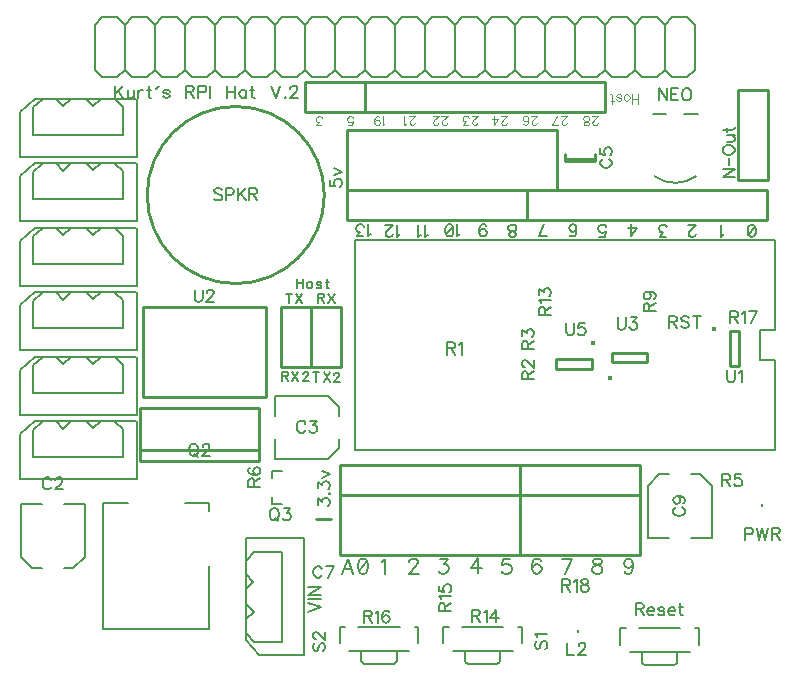
<source format=gto>
G04 DipTrace 3.0.0.2*
G04 TeensyArbotixProRPIV0.2.gto*
%MOIN*%
G04 #@! TF.FileFunction,Legend,Top*
G04 #@! TF.Part,Single*
%ADD10C,0.009843*%
%ADD18C,0.008*%
%ADD39C,0.005*%
%ADD42C,0.006*%
%ADD53C,0.015395*%
%ADD57C,0.015401*%
%ADD121C,0.006176*%
%ADD122C,0.00772*%
%ADD123C,0.007*%
%ADD124C,0.004632*%
%FSLAX26Y26*%
G04*
G70*
G90*
G75*
G01*
G04 TopSilk*
%LPD*%
X427449Y937461D2*
D18*
X496194D1*
X571208D2*
X639953D1*
Y762451D1*
X602446Y724941D1*
X571208D1*
X427449Y937461D2*
Y762451D1*
X464956Y724941D1*
X496194D1*
X1274941Y1087449D2*
Y1156194D1*
Y1231208D2*
Y1299953D1*
X1449951D1*
X1487461Y1262446D1*
Y1231208D1*
X1274941Y1087449D2*
X1449951D1*
X1487461Y1124956D1*
Y1156194D1*
X2340204Y2089370D2*
D10*
X2241771D1*
X2340204Y2081921D2*
X2241771D1*
X2340204D2*
Y2105481D1*
X2241771Y2081921D2*
Y2105481D1*
X1410689Y887013D2*
X1461831D1*
X2729953Y824941D2*
D18*
X2661208D1*
X2586194D2*
X2517449D1*
Y999951D1*
X2554956Y1037461D1*
X2586194D1*
X2729953Y824941D2*
Y999951D1*
X2692446Y1037461D1*
X2661208D1*
X2090987Y968701D2*
D10*
X1490987D1*
Y768701D1*
X2090987D2*
X1490987D1*
X2090987Y968701D2*
Y768701D1*
X1490987Y968701D2*
X2090987D1*
X1490987Y1068701D2*
X2090987D1*
X1490987Y968701D2*
Y1068701D1*
X2090987Y968701D2*
Y1068701D1*
X2490987Y968701D2*
X2090987D1*
X2490987Y768701D2*
X2090987D1*
X2490987Y968701D2*
Y768701D1*
X2090987Y968701D2*
Y768701D1*
X2490987Y968701D2*
Y1068701D1*
X2090987Y968701D2*
X2490987D1*
X2090987Y1068701D2*
X2490987D1*
X2090987Y968701D2*
Y1068701D1*
X2215987Y1983701D2*
Y2183701D1*
X1515987Y1983701D2*
Y2183701D1*
X2215987D1*
X1515987Y1983701D2*
X2215987D1*
X2818701Y2318701D2*
X2918701D1*
Y2018701D1*
X2818701D2*
X2918701D1*
X2818701Y2318701D2*
Y2018701D1*
X1055856Y943072D2*
D18*
X973168D1*
X1055856Y521798D2*
Y730449D1*
Y943072D2*
Y915525D1*
X701536Y521798D2*
Y943072D1*
X784224D1*
X701536Y521798D2*
X1055856D1*
X673229Y2385630D2*
D42*
X698229Y2360630D1*
X748229D1*
X773229Y2385630D1*
X798229Y2360630D1*
X848229D1*
X873229Y2385630D1*
X898229Y2360630D1*
X948229D1*
X973229Y2385630D1*
X998229Y2360630D1*
X1048229D1*
X1073229Y2385630D1*
X1098229Y2360630D1*
X1148229D1*
X1173229Y2385630D1*
X1198229Y2360630D1*
X1248229D1*
X1273229Y2385630D1*
X673229D2*
Y2535630D1*
X698229Y2560630D1*
X748229D1*
X773229Y2535630D1*
X798229Y2560630D1*
X848229D1*
X873229Y2535630D1*
X898229Y2560630D1*
X948229D1*
X973229Y2535630D1*
X998229Y2560630D1*
X1048229D1*
X1073229Y2535630D1*
X1098229Y2560630D1*
X1148229D1*
X1173229Y2535630D1*
X1198229Y2560630D1*
X1248229D1*
X1273229Y2535630D1*
X1298229Y2560630D1*
X1348229D1*
X1373229Y2535630D1*
X1398229Y2560630D1*
X1448229D1*
X1473229Y2535630D1*
X1498229Y2560630D1*
X1548229D1*
X1573229Y2535630D1*
X1598229Y2560630D1*
X1648229D1*
X1673229Y2535630D1*
X1698229Y2560630D1*
X1748229D1*
X1773229Y2535630D1*
X1798229Y2560630D1*
X1848229D1*
X1873229Y2535630D2*
X1848229Y2560630D1*
X1873229Y2535630D2*
X1898229Y2560630D1*
X1948229D2*
X1898229D1*
X1948229D2*
X1973229Y2535630D1*
X1998229Y2560630D1*
X2048229D2*
X1998229D1*
X2048229D2*
X2073229Y2535630D1*
X2098229Y2560630D1*
X2148229D2*
X2098229D1*
X2148229D2*
X2173229Y2535630D1*
X2198229Y2560630D1*
X2248229D2*
X2198229D1*
X2248229D2*
X2273229Y2535630D1*
X2298229Y2560630D1*
X2348229D2*
X2298229D1*
X2348229D2*
X2373229Y2535630D1*
X2398229Y2560630D1*
X2448229D2*
X2398229D1*
X2448229D2*
X2473229Y2535630D1*
X2498229Y2560630D1*
X2548229D2*
X2498229D1*
X2548229D2*
X2573229Y2535630D1*
Y2385630D2*
X2548229Y2360630D1*
X2498229D1*
X2473229Y2385630D2*
X2498229Y2360630D1*
X2473229Y2385630D2*
X2448229Y2360630D1*
X2398229D1*
X2373229Y2385630D2*
X2398229Y2360630D1*
X2373229Y2385630D2*
X2348229Y2360630D1*
X2298229D1*
X2273229Y2385630D2*
X2298229Y2360630D1*
X2273229Y2385630D2*
X2248229Y2360630D1*
X2198229D2*
X2248229D1*
X2198229D2*
X2173229Y2385630D1*
X2148229Y2360630D1*
X2098229D2*
X2148229D1*
X2098229D2*
X2073229Y2385630D1*
X2048229Y2360630D1*
X1998229D1*
X1973229Y2385630D2*
X1998229Y2360630D1*
X1973229Y2385630D2*
X1948229Y2360630D1*
X1898229D1*
X1873229Y2385630D2*
X1898229Y2360630D1*
X1873229Y2385630D2*
X1848229Y2360630D1*
X1798229D1*
X1773229Y2385630D2*
X1798229Y2360630D1*
X1773229Y2385630D2*
X1748229Y2360630D1*
X1698229D1*
X1673229Y2385630D2*
X1698229Y2360630D1*
X1673229Y2385630D2*
X1648229Y2360630D1*
X1598229D1*
X1573229Y2385630D2*
X1598229Y2360630D1*
X1573229Y2385630D2*
X1548229Y2360630D1*
X1498229D1*
X1473229Y2385630D2*
X1498229Y2360630D1*
X1473229Y2385630D2*
X1448229Y2360630D1*
X1398229D1*
X1373229Y2385630D2*
X1398229Y2360630D1*
X1373229Y2385630D2*
X1348229Y2360630D1*
X1298229D1*
X1273229Y2385630D2*
X1298229Y2360630D1*
X773229Y2535630D2*
Y2385630D1*
X873229Y2535630D2*
Y2385630D1*
X973229Y2535630D2*
Y2385630D1*
X1073229Y2535630D2*
Y2385630D1*
X1173229Y2535630D2*
Y2385630D1*
X1273229Y2535630D2*
Y2385630D1*
X1373229Y2535630D2*
Y2385630D1*
X1473229Y2535630D2*
Y2385630D1*
X1573229Y2535630D2*
Y2385630D1*
X1673229Y2535630D2*
Y2385630D1*
X1773229Y2535630D2*
Y2385630D1*
X1873229Y2535630D2*
Y2385630D1*
X1973229Y2535630D2*
Y2385630D1*
X2073229Y2535630D2*
Y2385630D1*
X2173229Y2535630D2*
Y2385630D1*
X2273229Y2535630D2*
Y2385630D1*
X2373229Y2535630D2*
Y2385630D1*
X2473229Y2535630D2*
Y2385630D1*
X2573229Y2535630D2*
Y2385630D1*
Y2535630D2*
X2598229Y2560630D1*
X2648229D2*
X2598229D1*
X2648229D2*
X2673229Y2535630D1*
Y2385630D2*
X2648229Y2360630D1*
X2598229D1*
X2573229Y2385630D2*
X2598229Y2360630D1*
X2673229Y2535630D2*
Y2385630D1*
X423819Y1881654D2*
D39*
X813583D1*
Y2074566D1*
X694705Y2074701D2*
X644698D1*
X594692D1*
X544685D1*
X494717D1*
X475385Y2074682D1*
X423819Y2031265D1*
Y1881654D1*
X543710Y2073697D2*
X568694Y2048698D1*
X593717Y2073697D1*
X643685Y2074566D2*
X668708Y2050705D1*
X693692Y2074566D1*
X743698D1*
X810426D1*
X742685Y2072693D2*
X768682Y2047694D1*
X768721Y1953699D1*
X468681D1*
X468720Y2046709D1*
X496705Y2071709D1*
X423819Y1666654D2*
X813583D1*
Y1859566D1*
X694705Y1859701D2*
X644698D1*
X594692D1*
X544685D1*
X494717D1*
X475385Y1859682D1*
X423819Y1816265D1*
Y1666654D1*
X543710Y1858697D2*
X568694Y1833698D1*
X593717Y1858697D1*
X643685Y1859566D2*
X668708Y1835705D1*
X693692Y1859566D1*
X743698D1*
X810426D1*
X742685Y1857693D2*
X768682Y1832694D1*
X768721Y1738699D1*
X468681D1*
X468720Y1831709D1*
X496705Y1856709D1*
X423819Y1451654D2*
X813583D1*
Y1644566D1*
X694705Y1644701D2*
X644698D1*
X594692D1*
X544685D1*
X494717D1*
X475385Y1644682D1*
X423819Y1601265D1*
Y1451654D1*
X543710Y1643697D2*
X568694Y1618698D1*
X593717Y1643697D1*
X643685Y1644566D2*
X668708Y1620705D1*
X693692Y1644566D1*
X743698D1*
X810426D1*
X742685Y1642693D2*
X768682Y1617694D1*
X768721Y1523699D1*
X468681D1*
X468720Y1616709D1*
X496705Y1641709D1*
X423819Y1236654D2*
X813583D1*
Y1429566D1*
X694705Y1429701D2*
X644698D1*
X594692D1*
X544685D1*
X494717D1*
X475385Y1429682D1*
X423819Y1386265D1*
Y1236654D1*
X543710Y1428697D2*
X568694Y1403698D1*
X593717Y1428697D1*
X643685Y1429566D2*
X668708Y1405705D1*
X693692Y1429566D1*
X743698D1*
X810426D1*
X742685Y1427693D2*
X768682Y1402694D1*
X768721Y1308699D1*
X468681D1*
X468720Y1401709D1*
X496705Y1426709D1*
X423819Y1021654D2*
X813583D1*
Y1214566D1*
X694705Y1214701D2*
X644698D1*
X594692D1*
X544685D1*
X494717D1*
X475385Y1214682D1*
X423819Y1171265D1*
Y1021654D1*
X543710Y1213697D2*
X568694Y1188698D1*
X593717Y1213697D1*
X643685Y1214566D2*
X668708Y1190705D1*
X693692Y1214566D1*
X743698D1*
X810426D1*
X742685Y1212693D2*
X768682Y1187694D1*
X768721Y1093699D1*
X468681D1*
X468720Y1186709D1*
X496705Y1211709D1*
X423819Y2096654D2*
X813583D1*
Y2289566D1*
X694705Y2289701D2*
X644698D1*
X594692D1*
X544685D1*
X494717D1*
X475385Y2289682D1*
X423819Y2246265D1*
Y2096654D1*
X543710Y2288697D2*
X568694Y2263698D1*
X593717Y2288697D1*
X643685Y2289566D2*
X668708Y2265705D1*
X693692Y2289566D1*
X743698D1*
X810426D1*
X742685Y2287693D2*
X768682Y2262694D1*
X768721Y2168699D1*
X468681D1*
X468720Y2261709D1*
X496705Y2286709D1*
X1370748Y433819D2*
Y823583D1*
X1177836D1*
X1177701Y704705D2*
Y654698D1*
Y604692D1*
Y554685D1*
Y504717D1*
X1177720Y485385D1*
X1221137Y433819D1*
X1370748D1*
X1178705Y553710D2*
X1203704Y578694D1*
X1178705Y603717D1*
X1177836Y653685D2*
X1201697Y678708D1*
X1177836Y703692D1*
Y753698D1*
Y820426D1*
X1179709Y752685D2*
X1204708Y778682D1*
X1298703Y778721D1*
Y478681D1*
X1205693Y478720D1*
X1180693Y506705D1*
X2915987Y1883701D2*
D10*
X2115987D1*
X2915987Y1983701D2*
Y1883701D1*
Y1983701D2*
X2115987D1*
Y1883701D1*
Y1983701D2*
X1515987D1*
X2115987Y1883701D2*
X1515987D1*
X2115987Y1983701D2*
Y1883701D1*
X1515987Y1983701D2*
Y1883701D1*
X1573701Y2243701D2*
Y2343701D1*
X1373701Y2243701D2*
X1573701D1*
X1373701D2*
Y2343701D1*
X1573701D1*
X2373701D1*
X1573701Y2243701D2*
Y2343701D1*
Y2243701D2*
X2373701D1*
Y2343701D1*
X1393701Y1593701D2*
X1293701D1*
X1393701Y1393701D2*
Y1593701D1*
Y1393701D2*
X1293701D1*
Y1593701D1*
X1493701D2*
X1393701D1*
X1493701Y1393701D2*
Y1593701D1*
Y1393701D2*
X1393701D1*
Y1593701D1*
G36*
X2280040Y517638D2*
X2287913D1*
Y509764D1*
X2280040D1*
Y517638D1*
G37*
X2533701Y2238695D2*
D39*
X2578701D1*
X2683701D2*
X2638701D1*
X2677701Y2030689D2*
G02X2539701Y2030689I-69000J97267D01*
G01*
G36*
X2902638Y937362D2*
X2894764D1*
Y929489D1*
X2902638D1*
Y937362D1*
G37*
X1219814Y1082771D2*
D10*
X826113D1*
Y1259936D1*
X1219814D1*
Y1082771D1*
Y1118204D2*
X826113D1*
X1266138Y962207D2*
D18*
Y938586D1*
X1297638D1*
X1266138Y1025195D2*
Y1048816D1*
X1297638D1*
X2456200Y443699D2*
D39*
X2656202D1*
X2687436Y468704D2*
Y524946D1*
X2674936D1*
X2624935D2*
X2487467D1*
X2497189Y441700D2*
Y411697D1*
G03X2507202Y401701I10011J16D01*
G01*
X2605200D1*
G03X2615213Y411697I2J10012D01*
G01*
Y441700D1*
X2443700Y524946D2*
X2424966D1*
Y468704D1*
X1866200Y448699D2*
X2066202D1*
X2097436Y473704D2*
Y529946D1*
X2084936D1*
X2034935D2*
X1897467D1*
X1907189Y446700D2*
Y416697D1*
G03X1917202Y406701I10011J16D01*
G01*
X2015200D1*
G03X2025213Y416697I2J10012D01*
G01*
Y446700D1*
X1853700Y529946D2*
X1834966D1*
Y473704D1*
X1521200Y448699D2*
X1721202D1*
X1752436Y473704D2*
Y529946D1*
X1739936D1*
X1689935D2*
X1552467D1*
X1562189Y446700D2*
Y416697D1*
G03X1572202Y406701I10011J16D01*
G01*
X1670200D1*
G03X1680213Y416697I2J10012D01*
G01*
Y446700D1*
X1508700Y529946D2*
X1489966D1*
Y473704D1*
X848425Y1968307D2*
D10*
G02X848425Y1968307I295276J0D01*
G01*
D53*
X2737076Y1520615D3*
X2791141Y1515352D2*
D10*
Y1397244D1*
X2822632Y1515352D2*
Y1397244D1*
X2791141D2*
X2822632D1*
X2791141Y1515352D2*
X2822632D1*
X1244290Y1293701D2*
X834290D1*
Y1593701D1*
X1244290D1*
Y1293701D1*
D57*
X2391787Y1357076D3*
X2397050Y1411141D2*
D10*
X2515158D1*
X2397050Y1442632D2*
X2515158D1*
Y1411141D2*
Y1442632D1*
X2397050Y1411141D2*
Y1442632D1*
X2891007Y1518681D2*
D18*
Y1418721D1*
X2940987D1*
Y1118701D1*
X1540987D1*
Y1818701D1*
X2940987D1*
Y1518681D1*
X2891007D1*
D57*
X2335615Y1475326D3*
X2330352Y1421261D2*
D10*
X2212244D1*
X2330352Y1389770D2*
X2212244D1*
Y1421261D2*
Y1389770D1*
X2330352Y1421261D2*
Y1389770D1*
X528476Y1017729D2*
D121*
X526575Y1021531D1*
X522728Y1025378D1*
X518925Y1027279D1*
X511276D1*
X507429Y1025378D1*
X503627Y1021531D1*
X501681Y1017729D1*
X499780Y1011981D1*
Y1002386D1*
X501681Y996682D1*
X503627Y992835D1*
X507429Y989033D1*
X511276Y987087D1*
X518925D1*
X522728Y989033D1*
X526575Y992835D1*
X528476Y996682D1*
X542773Y1017685D2*
Y1019586D1*
X544674Y1023433D1*
X546575Y1025334D1*
X550422Y1027235D1*
X558071D1*
X561874Y1025334D1*
X563775Y1023433D1*
X565721Y1019586D1*
Y1015783D1*
X563775Y1011937D1*
X559973Y1006233D1*
X540827Y987087D1*
X567622D1*
X1375976Y1206656D2*
X1374075Y1210459D1*
X1370228Y1214305D1*
X1366425Y1216207D1*
X1358776D1*
X1354929Y1214305D1*
X1351127Y1210459D1*
X1349181Y1206656D1*
X1347280Y1200908D1*
Y1191313D1*
X1349181Y1185610D1*
X1351127Y1181763D1*
X1354929Y1177960D1*
X1358776Y1176015D1*
X1366425D1*
X1370228Y1177960D1*
X1374075Y1181763D1*
X1375976Y1185610D1*
X1392174Y1216163D2*
X1413177D1*
X1401725Y1200864D1*
X1407473D1*
X1411275Y1198963D1*
X1413177Y1197061D1*
X1415122Y1191313D1*
Y1187511D1*
X1413177Y1181763D1*
X1409374Y1177916D1*
X1403626Y1176015D1*
X1397878D1*
X1392174Y1177916D1*
X1390273Y1179862D1*
X1388327Y1183664D1*
X2367254Y2088476D2*
X2363452Y2086575D1*
X2359605Y2082728D1*
X2357704Y2078925D1*
Y2071276D1*
X2359605Y2067429D1*
X2363452Y2063627D1*
X2367254Y2061681D1*
X2373002Y2059780D1*
X2382597D1*
X2388301Y2061681D1*
X2392148Y2063627D1*
X2395950Y2067429D1*
X2397896Y2071276D1*
Y2078925D1*
X2395950Y2082728D1*
X2392148Y2086575D1*
X2388301Y2088476D1*
X2357748Y2123775D2*
Y2104674D1*
X2374948Y2102773D1*
X2373047Y2104674D1*
X2371101Y2110422D1*
Y2116126D1*
X2373047Y2121874D1*
X2376849Y2125721D1*
X2382597Y2127622D1*
X2386400D1*
X2392148Y2125721D1*
X2395994Y2121874D1*
X2397896Y2116126D1*
Y2110422D1*
X2395994Y2104674D1*
X2394049Y2102773D1*
X2390246Y2100827D1*
X1431035Y722143D2*
X1429134Y725945D1*
X1425287Y729792D1*
X1421484Y731693D1*
X1413835D1*
X1409988Y729792D1*
X1406186Y725945D1*
X1404240Y722143D1*
X1402339Y716394D1*
Y706800D1*
X1404240Y701096D1*
X1406186Y697249D1*
X1409988Y693447D1*
X1413835Y691501D1*
X1421484D1*
X1425287Y693447D1*
X1429134Y697249D1*
X1431035Y701096D1*
X1451036Y691501D2*
X1470181Y731649D1*
X1443386D1*
X2610746Y926927D2*
X2606943Y925025D1*
X2603097Y921179D1*
X2601195Y917376D1*
Y909727D1*
X2603097Y905880D1*
X2606943Y902078D1*
X2610746Y900132D1*
X2616494Y898231D1*
X2626089D1*
X2631792Y900132D1*
X2635639Y902078D1*
X2639442Y905880D1*
X2641387Y909727D1*
Y917376D1*
X2639442Y921179D1*
X2635639Y925025D1*
X2631793Y926927D1*
X2614593Y964171D2*
X2620341Y962226D1*
X2624187Y958423D1*
X2626089Y952675D1*
Y950774D1*
X2624187Y945026D1*
X2620341Y941224D1*
X2614593Y939278D1*
X2612691D1*
X2606943Y941224D1*
X2603141Y945026D1*
X2601240Y950774D1*
Y952675D1*
X2603141Y958423D1*
X2606943Y962226D1*
X2614593Y964171D1*
X2624187D1*
X2633738Y962226D1*
X2639486Y958423D1*
X2641387Y952675D1*
Y948873D1*
X2639486Y943125D1*
X2635639Y941223D1*
X2248993Y475528D2*
Y435336D1*
X2271941D1*
X2286237Y465933D2*
Y467834D1*
X2288139Y471681D1*
X2290040Y473582D1*
X2293887Y475484D1*
X2301536D1*
X2305339Y473582D1*
X2307240Y471681D1*
X2309185Y467834D1*
Y464032D1*
X2307240Y460185D1*
X2303437Y454481D1*
X2284292Y435336D1*
X2311087D1*
X2582024Y2323854D2*
Y2283662D1*
X2555229Y2323854D1*
Y2283662D1*
X2619224Y2323854D2*
X2594375D1*
Y2283662D1*
X2619224D1*
X2594375Y2304709D2*
X2609674D1*
X2643072Y2323854D2*
X2639225Y2321953D1*
X2635422Y2318106D1*
X2633477Y2314304D1*
X2631576Y2308556D1*
Y2298961D1*
X2633477Y2293257D1*
X2635422Y2289410D1*
X2639225Y2285608D1*
X2643072Y2283662D1*
X2650721D1*
X2654524Y2285608D1*
X2658370Y2289410D1*
X2660272Y2293257D1*
X2662173Y2298961D1*
Y2308556D1*
X2660272Y2314304D1*
X2658370Y2318106D1*
X2654524Y2321953D1*
X2650721Y2323854D1*
X2643072D1*
X2840410Y837788D2*
X2857654D1*
X2863357Y839689D1*
X2865303Y841635D1*
X2867204Y845437D1*
Y851186D1*
X2865303Y854988D1*
X2863357Y856934D1*
X2857654Y858835D1*
X2840410D1*
Y818643D1*
X2879556Y858835D2*
X2889150Y818643D1*
X2898701Y858835D1*
X2908252Y818643D1*
X2917846Y858835D1*
X2930198Y839689D2*
X2947398D1*
X2953146Y841635D1*
X2955091Y843536D1*
X2956992Y847339D1*
Y851186D1*
X2955091Y854988D1*
X2953146Y856934D1*
X2947398Y858835D1*
X2930198D1*
Y818643D1*
X2943595Y839689D2*
X2956992Y818643D1*
X999566Y1138860D2*
X995763Y1137003D1*
X991916Y1133156D1*
X990015Y1129310D1*
X988070Y1123562D1*
Y1114011D1*
X990015Y1108263D1*
X991916Y1104461D1*
X995763Y1100614D1*
X999566Y1098713D1*
X1007215D1*
X1011062Y1100614D1*
X1014864Y1104461D1*
X1016766Y1108263D1*
X1018711Y1114011D1*
Y1123562D1*
X1016766Y1129310D1*
X1014864Y1133156D1*
X1011062Y1137003D1*
X1007215Y1138860D1*
X999566D1*
X1005314Y1106362D2*
X1016766Y1094866D1*
X1033008Y1129266D2*
Y1131167D1*
X1034909Y1135014D1*
X1036811Y1136915D1*
X1040657Y1138816D1*
X1048307D1*
X1052109Y1136915D1*
X1054010Y1135014D1*
X1055956Y1131167D1*
Y1127364D1*
X1054010Y1123517D1*
X1050208Y1117814D1*
X1031063Y1098668D1*
X1057857D1*
X1268335Y924134D2*
X1264532Y922277D1*
X1260686Y918430D1*
X1258784Y914583D1*
X1256839Y908835D1*
Y899285D1*
X1258784Y893537D1*
X1260686Y889734D1*
X1264532Y885888D1*
X1268335Y883986D1*
X1275984D1*
X1279831Y885888D1*
X1283633Y889734D1*
X1285535Y893537D1*
X1287480Y899285D1*
Y908835D1*
X1285535Y914583D1*
X1283633Y918430D1*
X1279831Y922277D1*
X1275984Y924134D1*
X1268335D1*
X1274083Y891636D2*
X1285535Y880139D1*
X1303678Y924090D2*
X1324681D1*
X1313229Y908791D1*
X1318977D1*
X1322779Y906890D1*
X1324681Y904989D1*
X1326626Y899241D1*
Y895438D1*
X1324681Y889690D1*
X1320878Y885843D1*
X1315130Y883942D1*
X1309382D1*
X1303678Y885843D1*
X1301777Y887789D1*
X1299832Y891591D1*
X1848811Y1457662D2*
X1866011D1*
X1871759Y1459607D1*
X1873704Y1461508D1*
X1875606Y1465311D1*
Y1469158D1*
X1873704Y1472960D1*
X1871759Y1474906D1*
X1866011Y1476807D1*
X1848811D1*
Y1436615D1*
X1862208Y1457662D2*
X1875606Y1436615D1*
X1887957Y1469114D2*
X1891804Y1471059D1*
X1897552Y1476763D1*
Y1436615D1*
X2116737Y1353638D2*
X2116738Y1370837D1*
X2114792Y1376585D1*
X2112891Y1378531D1*
X2109088Y1380432D1*
X2105241D1*
X2101439Y1378531D1*
X2099493Y1376585D1*
X2097592Y1370837D1*
Y1353638D1*
X2137784D1*
X2116738Y1367035D2*
X2137784Y1380432D1*
X2107187Y1394729D2*
X2105286D1*
X2101439Y1396630D1*
X2099538Y1398532D1*
X2097636Y1402378D1*
Y1410028D1*
X2099538Y1413830D1*
X2101439Y1415731D1*
X2105286Y1417677D1*
X2109088D1*
X2112935Y1415731D1*
X2118639Y1411929D1*
X2137784Y1392784D1*
Y1419578D1*
X2116807Y1455731D2*
Y1472931D1*
X2114862Y1478679D1*
X2112960Y1480624D1*
X2109158Y1482525D1*
X2105311D1*
X2101508Y1480624D1*
X2099563Y1478679D1*
X2097662Y1472931D1*
Y1455731D1*
X2137854D1*
X2116807Y1469128D2*
X2137854Y1482525D1*
X2097706Y1498724D2*
Y1519726D1*
X2113005Y1508274D1*
Y1514022D1*
X2114906Y1517825D1*
X2116807Y1519726D1*
X2122555Y1521671D1*
X2126358D1*
X2132106Y1519726D1*
X2135952Y1515923D1*
X2137854Y1510175D1*
Y1504427D1*
X2135952Y1498723D1*
X2134007Y1496822D1*
X2130204Y1494877D1*
X2765731Y1018528D2*
X2782931D1*
X2788679Y1020473D1*
X2790624Y1022375D1*
X2792525Y1026177D1*
Y1030024D1*
X2790624Y1033826D1*
X2788679Y1035772D1*
X2782931Y1037673D1*
X2765731D1*
Y997481D1*
X2779128Y1018528D2*
X2792525Y997481D1*
X2827825Y1037629D2*
X2808723D1*
X2806822Y1020429D1*
X2808723Y1022330D1*
X2814471Y1024276D1*
X2820175D1*
X2825923Y1022330D1*
X2829770Y1018528D1*
X2831671Y1012780D1*
Y1008977D1*
X2829770Y1003229D1*
X2825923Y999382D1*
X2820175Y997481D1*
X2814471D1*
X2808723Y999382D1*
X2806822Y1001328D1*
X2804877Y1005130D1*
X1205073Y996704D2*
Y1013903D1*
X1203128Y1019651D1*
X1201227Y1021597D1*
X1197424Y1023498D1*
X1193577D1*
X1189775Y1021597D1*
X1187829Y1019651D1*
X1185928Y1013903D1*
Y996704D1*
X1226120D1*
X1205073Y1010101D2*
X1226120Y1023498D1*
X1191676Y1058797D2*
X1187874Y1056896D1*
X1185972Y1051148D1*
Y1047346D1*
X1187874Y1041598D1*
X1193622Y1037751D1*
X1203172Y1035850D1*
X1212723Y1035849D1*
X1220372Y1037751D1*
X1224219Y1041597D1*
X1226120Y1047346D1*
Y1049247D1*
X1224219Y1054951D1*
X1220372Y1058797D1*
X1214624Y1060699D1*
X1212723D1*
X1206975Y1058797D1*
X1203172Y1054951D1*
X1201271Y1049247D1*
Y1047346D1*
X1203172Y1041598D1*
X1206975Y1037751D1*
X1212723Y1035849D1*
X2522004Y1581681D2*
Y1598881D1*
X2520058Y1604629D1*
X2518157Y1606575D1*
X2514355Y1608476D1*
X2510508D1*
X2506705Y1606575D1*
X2504760Y1604629D1*
X2502859Y1598881D1*
Y1581681D1*
X2543051D1*
X2522004Y1595079D2*
X2543051Y1608476D1*
X2516256Y1645721D2*
X2522004Y1643775D1*
X2525851Y1639973D1*
X2527752Y1634225D1*
Y1632323D1*
X2525851Y1626575D1*
X2522004Y1622773D1*
X2516256Y1620827D1*
X2514355D1*
X2508607Y1622773D1*
X2504804Y1626575D1*
X2502903Y1632323D1*
Y1634225D1*
X2504804Y1639973D1*
X2508607Y1643775D1*
X2516256Y1645721D1*
X2525851D1*
X2535401Y1643775D1*
X2541149Y1639973D1*
X2543051Y1634225D1*
Y1630422D1*
X2541149Y1624674D1*
X2537303Y1622773D1*
X2173677Y1569758D2*
Y1586958D1*
X2171732Y1592706D1*
X2169831Y1594651D1*
X2166028Y1596552D1*
X2162181D1*
X2158379Y1594651D1*
X2156433Y1592706D1*
X2154532Y1586958D1*
Y1569758D1*
X2194724D1*
X2173677Y1583155D2*
X2194724Y1596552D1*
X2162226Y1608904D2*
X2160280Y1612750D1*
X2154576Y1618498D1*
X2194724D1*
X2154576Y1634697D2*
Y1655699D1*
X2169875Y1644247D1*
Y1649995D1*
X2171776Y1653798D1*
X2173677Y1655699D1*
X2179425Y1657644D1*
X2183228D1*
X2188976Y1655699D1*
X2192823Y1651896D1*
X2194724Y1646148D1*
Y1640400D1*
X2192823Y1634697D1*
X2190877Y1632795D1*
X2187075Y1630850D1*
X1931052Y566461D2*
X1948252D1*
X1954000Y568407D1*
X1955946Y570308D1*
X1957847Y574110D1*
Y577957D1*
X1955946Y581760D1*
X1954000Y583705D1*
X1948252Y585606D1*
X1931052D1*
Y545414D1*
X1944450Y566461D2*
X1957847Y545414D1*
X1970198Y577913D2*
X1974045Y579858D1*
X1979793Y585562D1*
Y545414D1*
X2011290D2*
Y585562D1*
X1992145Y558812D1*
X2020841D1*
X1840941Y582356D2*
Y599556D1*
X1838995Y605304D1*
X1837094Y607249D1*
X1833292Y609151D1*
X1829445D1*
X1825642Y607249D1*
X1823697Y605304D1*
X1821796Y599556D1*
Y582356D1*
X1861988D1*
X1840941Y595753D2*
X1861988Y609151D1*
X1829489Y621502D2*
X1827544Y625349D1*
X1821840Y631097D1*
X1861988D1*
X1821840Y666396D2*
Y647295D1*
X1839040Y645394D1*
X1837138Y647295D1*
X1835193Y653043D1*
Y658747D1*
X1837138Y664495D1*
X1840941Y668342D1*
X1846689Y670243D1*
X1850491D1*
X1856240Y668342D1*
X1860086Y664495D1*
X1861988Y658747D1*
Y653043D1*
X1860086Y647295D1*
X1858141Y645394D1*
X1854338Y643448D1*
X1570690Y563666D2*
X1587889D1*
X1593638Y565611D1*
X1595583Y567513D1*
X1597484Y571315D1*
Y575162D1*
X1595583Y578964D1*
X1593638Y580910D1*
X1587889Y582811D1*
X1570690D1*
Y542619D1*
X1584087Y563666D2*
X1597484Y542619D1*
X1609836Y575118D2*
X1613682Y577063D1*
X1619430Y582767D1*
Y542619D1*
X1654730Y577063D2*
X1652828Y580866D1*
X1647080Y582767D1*
X1643278D1*
X1637530Y580866D1*
X1633683Y575118D1*
X1631782Y565567D1*
Y556017D1*
X1633683Y548367D1*
X1637530Y544520D1*
X1643278Y542619D1*
X1645179D1*
X1650883Y544520D1*
X1654730Y548367D1*
X1656631Y554115D1*
Y556017D1*
X1654730Y561765D1*
X1650883Y565567D1*
X1645179Y567468D1*
X1643278D1*
X1637530Y565567D1*
X1633683Y561765D1*
X1631782Y556017D1*
X2792159Y1561138D2*
X2809359D1*
X2815107Y1563084D1*
X2817053Y1564985D1*
X2818954Y1568788D1*
Y1572634D1*
X2817053Y1576437D1*
X2815107Y1578382D1*
X2809359Y1580284D1*
X2792159D1*
Y1540092D1*
X2805556Y1561138D2*
X2818954Y1540092D1*
X2831305Y1572590D2*
X2835152Y1574536D1*
X2840900Y1580239D1*
Y1540092D1*
X2860901D2*
X2880046Y1580239D1*
X2853251D1*
X2232181Y667662D2*
X2249381D1*
X2255129Y669607D1*
X2257075Y671508D1*
X2258976Y675311D1*
Y679158D1*
X2257075Y682960D1*
X2255129Y684906D1*
X2249381Y686807D1*
X2232181D1*
Y646615D1*
X2245579Y667662D2*
X2258976Y646615D1*
X2271327Y679114D2*
X2275174Y681059D1*
X2280922Y686763D1*
Y646615D1*
X2302824Y686763D2*
X2297120Y684862D1*
X2295175Y681059D1*
Y677212D1*
X2297120Y673410D1*
X2300923Y671464D1*
X2308572Y669563D1*
X2314320Y667662D1*
X2318123Y663815D1*
X2320024Y660012D1*
Y654264D1*
X2318123Y650462D1*
X2316221Y648516D1*
X2310473Y646615D1*
X2302824D1*
X2297120Y648516D1*
X2295175Y650462D1*
X2293273Y654264D1*
Y660012D1*
X2295175Y663815D1*
X2299022Y667662D1*
X2304725Y669563D1*
X2312375Y671464D1*
X2316221Y673410D1*
X2318123Y677212D1*
Y681059D1*
X2316221Y684862D1*
X2310473Y686763D1*
X2302824D1*
X2476980Y588134D2*
X2494180D1*
X2499928Y590080D1*
X2501874Y591981D1*
X2503775Y595783D1*
Y599630D1*
X2501874Y603433D1*
X2499928Y605378D1*
X2494180Y607279D1*
X2476980D1*
Y567087D1*
X2490378Y588134D2*
X2503775Y567087D1*
X2516126Y582386D2*
X2539074D1*
Y586233D1*
X2537173Y590080D1*
X2535272Y591981D1*
X2531425Y593882D1*
X2525677D1*
X2521874Y591981D1*
X2518028Y588134D1*
X2516126Y582386D1*
Y578584D1*
X2518028Y572835D1*
X2521874Y569033D1*
X2525677Y567087D1*
X2531425D1*
X2535272Y569033D1*
X2539074Y572835D1*
X2572472Y588134D2*
X2570571Y591981D1*
X2564823Y593882D1*
X2559075D1*
X2553327Y591981D1*
X2551426Y588134D1*
X2553327Y584332D1*
X2557174Y582386D1*
X2566724Y580485D1*
X2570571Y578584D1*
X2572472Y574737D1*
Y572835D1*
X2570571Y569033D1*
X2564823Y567087D1*
X2559075D1*
X2553327Y569033D1*
X2551426Y572835D1*
X2584824Y582386D2*
X2607772D1*
Y586233D1*
X2605870Y590080D1*
X2603969Y591981D1*
X2600122Y593882D1*
X2594374D1*
X2590572Y591981D1*
X2586725Y588134D1*
X2584824Y582386D1*
Y578584D1*
X2586725Y572835D1*
X2590572Y569033D1*
X2594374Y567087D1*
X2600122D1*
X2603969Y569033D1*
X2607772Y572835D1*
X2625871Y607279D2*
Y574737D1*
X2627772Y569033D1*
X2631619Y567087D1*
X2635422D1*
X2620123Y593882D2*
X2633520D1*
X2588444Y1546134D2*
X2605644D1*
X2611392Y1548080D1*
X2613337Y1549981D1*
X2615238Y1553783D1*
Y1557630D1*
X2613337Y1561433D1*
X2611392Y1563378D1*
X2605644Y1565279D1*
X2588444D1*
Y1525087D1*
X2601841Y1546134D2*
X2615238Y1525087D1*
X2654384Y1559531D2*
X2650582Y1563378D1*
X2644834Y1565279D1*
X2637185D1*
X2631437Y1563378D1*
X2627590Y1559531D1*
Y1555729D1*
X2629535Y1551882D1*
X2631437Y1549981D1*
X2635239Y1548080D1*
X2646735Y1544233D1*
X2650582Y1542332D1*
X2652483Y1540386D1*
X2654384Y1536584D1*
Y1530835D1*
X2650582Y1527033D1*
X2644834Y1525087D1*
X2637185D1*
X2631437Y1527033D1*
X2627590Y1530835D1*
X2680133Y1565279D2*
Y1525087D1*
X2666736Y1565279D2*
X2693530D1*
X2147016Y482625D2*
X2143169Y478823D1*
X2141268Y473075D1*
Y465425D1*
X2143169Y459677D1*
X2147016Y455831D1*
X2150819D1*
X2154665Y457776D1*
X2156567Y459677D1*
X2158468Y463480D1*
X2162315Y474976D1*
X2164216Y478823D1*
X2166161Y480724D1*
X2169964Y482625D1*
X2175712D1*
X2179515Y478823D1*
X2181460Y473075D1*
Y465425D1*
X2179514Y459677D1*
X2175712Y455831D1*
X2148962Y494977D2*
X2147016Y498823D1*
X2141312Y504572D1*
X2181460Y504571D1*
X1406871Y474025D2*
X1403024Y470223D1*
X1401123Y464475D1*
Y456826D1*
X1403024Y451078D1*
X1406871Y447231D1*
X1410673D1*
X1414520Y449176D1*
X1416421Y451078D1*
X1418322Y454880D1*
X1422169Y466376D1*
X1424071Y470223D1*
X1426016Y472124D1*
X1429819Y474025D1*
X1435567D1*
X1439369Y470223D1*
X1441315Y464475D1*
Y456826D1*
X1439369Y451078D1*
X1435567Y447231D1*
X1410717Y488322D2*
X1408816D1*
X1404969Y490224D1*
X1403068Y492125D1*
X1401167Y495972D1*
Y503621D1*
X1403068Y507423D1*
X1404969Y509325D1*
X1408816Y511270D1*
X1412619D1*
X1416465Y509325D1*
X1422169Y505522D1*
X1441315Y486377D1*
Y513171D1*
X1098379Y1985065D2*
X1094577Y1988912D1*
X1088829Y1990813D1*
X1081179D1*
X1075431Y1988912D1*
X1071585Y1985065D1*
Y1981262D1*
X1073530Y1977416D1*
X1075431Y1975514D1*
X1079234Y1973613D1*
X1090730Y1969766D1*
X1094577Y1967865D1*
X1096478Y1965920D1*
X1098379Y1962117D1*
Y1956369D1*
X1094577Y1952567D1*
X1088829Y1950621D1*
X1081179D1*
X1075431Y1952567D1*
X1071585Y1956369D1*
X1110731Y1969766D2*
X1127975D1*
X1133679Y1971668D1*
X1135624Y1973613D1*
X1137525Y1977416D1*
Y1983164D1*
X1135624Y1986966D1*
X1133679Y1988912D1*
X1127975Y1990813D1*
X1110731D1*
Y1950621D1*
X1149877Y1990813D2*
Y1950621D1*
X1176671Y1990813D2*
X1149877Y1964018D1*
X1159427Y1973613D2*
X1176671Y1950621D1*
X1189023Y1971668D2*
X1206223D1*
X1211971Y1973613D1*
X1213916Y1975514D1*
X1215817Y1979317D1*
Y1983164D1*
X1213916Y1986966D1*
X1211971Y1988912D1*
X1206223Y1990813D1*
X1189023D1*
Y1950621D1*
X1202420Y1971668D2*
X1215817Y1950621D1*
X2781146Y1383677D2*
Y1354981D1*
X2783047Y1349233D1*
X2786894Y1345431D1*
X2792642Y1343485D1*
X2796444D1*
X2802192Y1345431D1*
X2806039Y1349233D1*
X2807940Y1354981D1*
Y1383677D1*
X2820292Y1375984D2*
X2824138Y1377929D1*
X2829886Y1383633D1*
Y1343485D1*
X1006320Y1652279D2*
Y1623584D1*
X1008221Y1617835D1*
X1012068Y1614033D1*
X1017816Y1612087D1*
X1021618D1*
X1027367Y1614033D1*
X1031213Y1617835D1*
X1033115Y1623584D1*
Y1652279D1*
X1047411Y1642685D2*
Y1644586D1*
X1049313Y1648433D1*
X1051214Y1650334D1*
X1055061Y1652235D1*
X1062710D1*
X1066513Y1650334D1*
X1068414Y1648433D1*
X1070359Y1644586D1*
Y1640783D1*
X1068414Y1636937D1*
X1064611Y1631233D1*
X1045466Y1612087D1*
X1072261D1*
X2416652Y1560232D2*
Y1531536D1*
X2418553Y1525788D1*
X2422400Y1521986D1*
X2428148Y1520040D1*
X2431950D1*
X2437699Y1521986D1*
X2441545Y1525788D1*
X2443447Y1531536D1*
Y1560232D1*
X2459645Y1560188D2*
X2480647D1*
X2469195Y1544889D1*
X2474943D1*
X2478746Y1542988D1*
X2480647Y1541087D1*
X2482593Y1535339D1*
Y1531536D1*
X2480647Y1525788D1*
X2476845Y1521941D1*
X2471097Y1520040D1*
X2465349D1*
X2459645Y1521941D1*
X2457743Y1523887D1*
X2455798Y1527690D1*
X2244809Y1541602D2*
Y1512906D1*
X2246711Y1507158D1*
X2250557Y1503356D1*
X2256305Y1501410D1*
X2260108D1*
X2265856Y1503356D1*
X2269703Y1507158D1*
X2271604Y1512906D1*
Y1541602D1*
X2306903Y1541558D2*
X2287802D1*
X2285901Y1524358D1*
X2287802Y1526259D1*
X2293550Y1528205D1*
X2299254D1*
X2305002Y1526259D1*
X2308849Y1522457D1*
X2310750Y1516709D1*
Y1512906D1*
X2308849Y1507158D1*
X2305002Y1503312D1*
X2299254Y1501410D1*
X2293550D1*
X2287802Y1503312D1*
X2285901Y1505257D1*
X2283955Y1509060D1*
X1417195Y935780D2*
Y956782D1*
X1432494Y945331D1*
Y951079D1*
X1434395Y954881D1*
X1436297Y956782D1*
X1442045Y958728D1*
X1445847D1*
X1451595Y956782D1*
X1455442Y952980D1*
X1457343Y947232D1*
Y941484D1*
X1455442Y935780D1*
X1453496Y933879D1*
X1449694Y931933D1*
X1453496Y972981D2*
X1455442Y971079D1*
X1457343Y972981D1*
X1455442Y974926D1*
X1453496Y972981D1*
X1417195Y991124D2*
Y1012127D1*
X1432494Y1000675D1*
Y1006423D1*
X1434395Y1010225D1*
X1436297Y1012127D1*
X1442045Y1014072D1*
X1445847D1*
X1451595Y1012127D1*
X1455442Y1008324D1*
X1457343Y1002576D1*
Y996828D1*
X1455442Y991124D1*
X1453496Y989223D1*
X1449694Y987277D1*
X1430549Y1026424D2*
X1457343Y1037920D1*
X1430549Y1049371D1*
X1630577Y745871D2*
D122*
X1635385Y748303D1*
X1642570Y755432D1*
Y705248D1*
X1722008Y744494D2*
Y746871D1*
X1724385Y751679D1*
X1726762Y754056D1*
X1731570Y756432D1*
X1741132D1*
X1745885Y754056D1*
X1748261Y751679D1*
X1750693Y746871D1*
Y742118D1*
X1748261Y737309D1*
X1743508Y730179D1*
X1719577Y706248D1*
X1753070D1*
X1824385Y756432D2*
X1850638D1*
X1836323Y737309D1*
X1843508D1*
X1848261Y734933D1*
X1850638Y732556D1*
X1853070Y725371D1*
Y720618D1*
X1850638Y713433D1*
X1845885Y708624D1*
X1838700Y706248D1*
X1831515D1*
X1824385Y708624D1*
X1822008Y711056D1*
X1819577Y715809D1*
X2160949Y749303D2*
X2158573Y754056D1*
X2151387Y756432D1*
X2146634D1*
X2139449Y754056D1*
X2134641Y746871D1*
X2132264Y734933D1*
Y722994D1*
X2134641Y713433D1*
X2139449Y708624D1*
X2146634Y706248D1*
X2149011D1*
X2156141Y708624D1*
X2160949Y713433D1*
X2163326Y720618D1*
Y722994D1*
X2160949Y730179D1*
X2156141Y734933D1*
X2149011Y737309D1*
X2146634D1*
X2139449Y734933D1*
X2134641Y730179D1*
X2132264Y722994D1*
X2241826Y706248D2*
X2265758Y756432D1*
X2232264D1*
X2344202D2*
X2337073Y754056D1*
X2334641Y749303D1*
Y744494D1*
X2337073Y739741D1*
X2341826Y737309D1*
X2351387Y734933D1*
X2358573Y732556D1*
X2363326Y727748D1*
X2365702Y722994D1*
Y715809D1*
X2363326Y711056D1*
X2360949Y708624D1*
X2353764Y706248D1*
X2344202D1*
X2337073Y708624D1*
X2334641Y711056D1*
X2332264Y715809D1*
Y722994D1*
X2334641Y727748D1*
X2339449Y732556D1*
X2346579Y734933D1*
X2356141Y737309D1*
X2360949Y739741D1*
X2363326Y744494D1*
Y749303D1*
X2360949Y754056D1*
X2353764Y756432D1*
X2344202D1*
X2468381Y739741D2*
X2465949Y732556D1*
X2461196Y727748D1*
X2454011Y725371D1*
X2451634D1*
X2444449Y727748D1*
X2439696Y732556D1*
X2437264Y739741D1*
Y742118D1*
X2439696Y749303D1*
X2444449Y754056D1*
X2451634Y756432D1*
X2454011D1*
X2461196Y754056D1*
X2465949Y749303D1*
X2468381Y739741D1*
Y727748D1*
X2465949Y715809D1*
X2461196Y708624D1*
X2454011Y706248D1*
X2449258D1*
X2442073Y708624D1*
X2439696Y713433D1*
X1457665Y2019011D2*
D121*
Y1999910D1*
X1474865Y1998009D1*
X1472964Y1999910D1*
X1471018Y2005658D1*
Y2011362D1*
X1472964Y2017110D1*
X1476766Y2020957D1*
X1482514Y2022858D1*
X1486317D1*
X1492065Y2020957D1*
X1495912Y2017110D1*
X1497813Y2011362D1*
Y2005658D1*
X1495912Y1999910D1*
X1493966Y1998009D1*
X1490164Y1996063D1*
X1471018Y2035209D2*
X1497813Y2046705D1*
X1471018Y2058157D1*
X1535878Y706248D2*
D122*
X1516700Y756488D1*
X1497577Y706248D1*
X1504762Y722994D2*
X1528693D1*
X1565688Y756432D2*
X1558503Y754056D1*
X1553694Y746871D1*
X1551318Y734933D1*
Y727748D1*
X1553694Y715809D1*
X1558503Y708624D1*
X1565688Y706248D1*
X1570441D1*
X1577626Y708624D1*
X1582379Y715809D1*
X1584811Y727748D1*
Y734933D1*
X1582379Y746871D1*
X1577626Y754056D1*
X1570441Y756432D1*
X1565688D1*
X1582379Y746871D2*
X1553694Y715809D1*
X2766216Y2056111D2*
D121*
X2806408D1*
X2766215Y2029317D1*
X2806407D1*
X2786334Y2068463D2*
Y2090570D1*
X2766216Y2114418D2*
X2768117Y2110571D1*
X2771964Y2106768D1*
X2775766Y2104823D1*
X2781514Y2102922D1*
X2791109D1*
X2796813Y2104823D1*
X2800659Y2106768D1*
X2804462Y2110571D1*
X2806407Y2114418D1*
Y2122067D1*
X2804462Y2125870D1*
X2800659Y2129716D1*
X2796813Y2131618D1*
X2791109Y2133519D1*
X2781514D1*
X2775766Y2131618D1*
X2771964Y2129716D1*
X2768117Y2125870D1*
X2766216Y2122067D1*
Y2114418D1*
X2779613Y2145870D2*
X2798758D1*
X2804462Y2147772D1*
X2806407Y2151618D1*
Y2157366D1*
X2804462Y2161169D1*
X2798758Y2166917D1*
X2779613D2*
X2806407D1*
X2766216Y2185016D2*
X2798758D1*
X2804462Y2186918D1*
X2806407Y2190764D1*
Y2194567D1*
X2779613Y2179268D2*
Y2192666D1*
X1952754Y709614D2*
D122*
Y759799D1*
X1928822Y726361D1*
X1964692D1*
X2058881Y755073D2*
X2035004D1*
X2032628Y733573D1*
X2035004Y735950D1*
X2042189Y738381D1*
X2049319D1*
X2056504Y735950D1*
X2061313Y731196D1*
X2063689Y724011D1*
Y719258D1*
X2061313Y712073D1*
X2056504Y707265D1*
X2049319Y704888D1*
X2042189D1*
X2035004Y707265D1*
X2032628Y709697D1*
X2030196Y714450D1*
X2771606Y1837021D2*
D121*
X2767760Y1835075D1*
X2762012Y1829371D1*
Y1869519D1*
X2677073Y1838944D2*
Y1837043D1*
X2675172Y1833196D1*
X2673271Y1831295D1*
X2669424Y1829394D1*
X2661774D1*
X2657972Y1831295D1*
X2656071Y1833196D1*
X2654125Y1837043D1*
Y1840845D1*
X2656071Y1844692D1*
X2659873Y1850396D1*
X2679019Y1869541D1*
X2652224D1*
X2577437Y1829518D2*
X2556434D1*
X2567886Y1844817D1*
X2562138D1*
X2558336Y1846718D1*
X2556434Y1848619D1*
X2554489Y1854367D1*
Y1858170D1*
X2556435Y1863918D1*
X2560237Y1867765D1*
X2565985Y1869666D1*
X2571733D1*
X2577437Y1867765D1*
X2579338Y1865819D1*
X2581284Y1862017D1*
X2256228Y1836117D2*
X2258129Y1832315D1*
X2263877Y1830413D1*
X2267680D1*
X2273428Y1832315D1*
X2277275Y1838063D1*
X2279176Y1847613D1*
Y1857164D1*
X2277275Y1864813D1*
X2273428Y1868660D1*
X2267680Y1870561D1*
X2265779D1*
X2260075Y1868660D1*
X2256228Y1864813D1*
X2254327Y1859065D1*
Y1857164D1*
X2256228Y1851416D1*
X2260075Y1847613D1*
X2265779Y1845712D1*
X2267680D1*
X2273428Y1847613D1*
X2277275Y1851416D1*
X2279176Y1857164D1*
X2172571Y1870390D2*
X2153426Y1830243D1*
X2180221D1*
X2069590Y1829568D2*
X2075294Y1831469D1*
X2077239Y1835272D1*
Y1839119D1*
X2075294Y1842921D1*
X2071491Y1844867D1*
X2063842Y1846768D1*
X2058094Y1848669D1*
X2054291Y1852516D1*
X2052390Y1856319D1*
Y1862067D1*
X2054291Y1865869D1*
X2056193Y1867815D1*
X2061941Y1869716D1*
X2069590D1*
X2075294Y1867815D1*
X2077239Y1865869D1*
X2079141Y1862067D1*
Y1856319D1*
X2077239Y1852516D1*
X2073393Y1848669D1*
X2067689Y1846768D1*
X2060039Y1844867D1*
X2056193Y1842921D1*
X2054291Y1839119D1*
Y1835272D1*
X2056193Y1831469D1*
X2061941Y1829568D1*
X2069590D1*
X1955399Y1843944D2*
X1957345Y1849692D1*
X1961147Y1853538D1*
X1966895Y1855440D1*
X1968797D1*
X1974545Y1853538D1*
X1978347Y1849692D1*
X1980293Y1843944D1*
Y1842042D1*
X1978347Y1836294D1*
X1974545Y1832492D1*
X1968797Y1830590D1*
X1966895D1*
X1961147Y1832492D1*
X1957345Y1836294D1*
X1955399Y1843944D1*
Y1853538D1*
X1957345Y1863089D1*
X1961148Y1868837D1*
X1966896Y1870738D1*
X1970698D1*
X1976446Y1868837D1*
X1978347Y1864990D1*
X2462136Y1870597D2*
Y1830449D1*
X2481281Y1857199D1*
X2452585D1*
X2355824Y1829720D2*
X2374925D1*
X2376826Y1846920D1*
X2374925Y1845019D1*
X2369177Y1843073D1*
X2363473D1*
X2357725Y1845019D1*
X2353878Y1848822D1*
X2351977Y1854570D1*
Y1858372D1*
X2353878Y1864120D1*
X2357725Y1867967D1*
X2363473Y1869868D1*
X2369177D1*
X2374925Y1867967D1*
X2376826Y1866021D1*
X2378772Y1862219D1*
X2866114Y1828932D2*
X2871862Y1830833D1*
X2875709Y1836581D1*
X2877610Y1846131D1*
Y1851880D1*
X2875709Y1861430D1*
X2871862Y1867178D1*
X2866114Y1869079D1*
X2862312D1*
X2856564Y1867178D1*
X2852761Y1861430D1*
X2850816Y1851880D1*
Y1846132D1*
X2852761Y1836581D1*
X2856564Y1830833D1*
X2862312Y1828932D1*
X2866114D1*
X2852761Y1836581D2*
X2875709Y1861430D1*
X1890621Y1838468D2*
X1886774Y1836523D1*
X1881026Y1830819D1*
Y1870967D1*
X1857179Y1830819D2*
X1862927Y1832720D1*
X1866773Y1838468D1*
X1868675Y1848019D1*
Y1853767D1*
X1866774Y1863317D1*
X1862927Y1869065D1*
X1857179Y1870967D1*
X1853376D1*
X1847628Y1869065D1*
X1843826Y1863317D1*
X1841880Y1853767D1*
Y1848019D1*
X1843826Y1838468D1*
X1847628Y1832720D1*
X1853376Y1830819D1*
X1857179D1*
X1843826Y1838468D2*
X1866774Y1863317D1*
X1783742Y1836291D2*
X1779895Y1834345D1*
X1774147Y1828642D1*
Y1868789D1*
X1761795Y1836291D2*
X1757949Y1834345D1*
X1752201Y1828642D1*
Y1868789D1*
X1690885Y1836984D2*
X1687038Y1835038D1*
X1681290Y1829335D1*
Y1869482D1*
X1666993Y1838885D2*
Y1836984D1*
X1665092Y1833137D1*
X1663190Y1831236D1*
X1659344Y1829335D1*
X1651694D1*
X1647892Y1831236D1*
X1645991Y1833137D1*
X1644045Y1836984D1*
Y1840786D1*
X1645991Y1844633D1*
X1649793Y1850337D1*
X1668939Y1869482D1*
X1642144D1*
X1593236Y1838329D2*
X1589390Y1836383D1*
X1583642Y1830680D1*
Y1870827D1*
X1567443Y1830680D2*
X1546441D1*
X1557893Y1845978D1*
X1552145D1*
X1548342Y1847880D1*
X1546441Y1849781D1*
X1544496Y1855529D1*
Y1859331D1*
X1546441Y1865079D1*
X1550244Y1868926D1*
X1555992Y1870827D1*
X1561740D1*
X1567444Y1868926D1*
X1569345Y1866981D1*
X1571290Y1863178D1*
X1418693Y1625597D2*
D123*
X1431593D1*
X1435904Y1627056D1*
X1437363Y1628482D1*
X1438789Y1631334D1*
Y1634219D1*
X1437363Y1637071D1*
X1435904Y1638530D1*
X1431593Y1639956D1*
X1418693D1*
Y1609812D1*
X1428741Y1625597D2*
X1438789Y1609812D1*
X1452789Y1639956D2*
X1472885Y1609812D1*
Y1639956D2*
X1452789Y1609812D1*
X1321417Y1638453D2*
Y1608309D1*
X1311369Y1638453D2*
X1331465D1*
X1345465D2*
X1365561Y1608309D1*
Y1638453D2*
X1345465Y1608309D1*
X1298494Y1364863D2*
X1311394D1*
X1315705Y1366322D1*
X1317164Y1367748D1*
X1318590Y1370600D1*
Y1373485D1*
X1317164Y1376337D1*
X1315705Y1377796D1*
X1311394Y1379222D1*
X1298494D1*
Y1349078D1*
X1308542Y1364863D2*
X1318590Y1349078D1*
X1332590Y1379222D2*
X1352686Y1349078D1*
Y1379222D2*
X1332590Y1349078D1*
X1368145Y1372026D2*
Y1373452D1*
X1369571Y1376337D1*
X1370997Y1377763D1*
X1373882Y1379189D1*
X1379619D1*
X1382471Y1377763D1*
X1383897Y1376337D1*
X1385356Y1373452D1*
Y1370600D1*
X1383897Y1367715D1*
X1381045Y1363437D1*
X1366686Y1349078D1*
X1386782D1*
X1412511Y1376742D2*
Y1346598D1*
X1402463Y1376742D2*
X1422559D1*
X1436559D2*
X1456655Y1346598D1*
Y1376742D2*
X1436559Y1346598D1*
X1472115Y1369546D2*
Y1370972D1*
X1473541Y1373857D1*
X1474966Y1375283D1*
X1477852Y1376709D1*
X1483589D1*
X1486440Y1375283D1*
X1487866Y1373857D1*
X1489326Y1370972D1*
Y1368120D1*
X1487866Y1365235D1*
X1485014Y1360957D1*
X1470655Y1346598D1*
X1490751D1*
X742337Y2332483D2*
Y2292291D1*
X769132Y2332483D2*
X742337Y2305688D1*
X751888Y2315283D2*
X769132Y2292291D1*
X783132Y2319086D2*
Y2299940D1*
X785033Y2294237D1*
X788880Y2292291D1*
X794628D1*
X798431Y2294237D1*
X804179Y2299940D1*
Y2319086D2*
Y2292291D1*
X818179Y2319086D2*
Y2292291D1*
Y2307590D2*
X820124Y2313338D1*
X823927Y2317184D1*
X827774Y2319086D1*
X833522D1*
X853270Y2332483D2*
Y2299940D1*
X855171Y2294237D1*
X859018Y2292291D1*
X862820D1*
X847522Y2319086D2*
X860919D1*
X886415Y2332439D2*
X876820Y2320943D1*
X888316Y2330538D1*
X886415Y2332439D1*
X923363Y2313338D2*
X921462Y2317184D1*
X915714Y2319086D1*
X909966D1*
X904218Y2317184D1*
X902316Y2313338D1*
X904218Y2309535D1*
X908064Y2307590D1*
X917615Y2305688D1*
X921462Y2303787D1*
X923363Y2299940D1*
Y2298039D1*
X921462Y2294237D1*
X915714Y2292291D1*
X909966D1*
X904218Y2294237D1*
X902316Y2298039D1*
X977892Y2313338D2*
X995092D1*
X1000840Y2315283D1*
X1002786Y2317184D1*
X1004687Y2320987D1*
Y2324834D1*
X1002786Y2328636D1*
X1000840Y2330582D1*
X995092Y2332483D1*
X977892D1*
Y2292291D1*
X991290Y2313338D2*
X1004687Y2292291D1*
X1018687Y2311436D2*
X1035931D1*
X1041635Y2313338D1*
X1043580Y2315283D1*
X1045482Y2319086D1*
Y2324834D1*
X1043580Y2328636D1*
X1041635Y2330582D1*
X1035931Y2332483D1*
X1018687D1*
Y2292291D1*
X1059482Y2332483D2*
Y2292291D1*
X1114011Y2332483D2*
Y2292291D1*
X1140806Y2332483D2*
Y2292291D1*
X1114011Y2313338D2*
X1140806D1*
X1177754Y2319086D2*
Y2292291D1*
Y2313338D2*
X1173951Y2317184D1*
X1170104Y2319086D1*
X1164400D1*
X1160554Y2317184D1*
X1156751Y2313338D1*
X1154806Y2307590D1*
Y2303787D1*
X1156751Y2298039D1*
X1160554Y2294237D1*
X1164400Y2292291D1*
X1170104D1*
X1173951Y2294237D1*
X1177754Y2298039D1*
X1197502Y2332483D2*
Y2299940D1*
X1199403Y2294237D1*
X1203250Y2292291D1*
X1207052D1*
X1191754Y2319086D2*
X1205151D1*
X1261582Y2332483D2*
X1276880Y2292291D1*
X1292179Y2332483D1*
X1308080Y2296138D2*
X1306179Y2294192D1*
X1308080Y2292291D1*
X1310026Y2294192D1*
X1308080Y2296138D1*
X1325971Y2322888D2*
Y2324790D1*
X1327872Y2328636D1*
X1329774Y2330538D1*
X1333620Y2332439D1*
X1341270D1*
X1345072Y2330538D1*
X1346973Y2328636D1*
X1348919Y2324790D1*
Y2320987D1*
X1346973Y2317140D1*
X1343171Y2311436D1*
X1324026Y2292291D1*
X1350820D1*
X2349935Y2209003D2*
D124*
Y2207577D1*
X2348509Y2204692D1*
X2347083Y2203266D1*
X2344198Y2201840D1*
X2338461D1*
X2335609Y2203266D1*
X2334183Y2204692D1*
X2332724Y2207577D1*
Y2210429D1*
X2334183Y2213314D1*
X2337035Y2217592D1*
X2351394Y2231951D1*
X2331298D1*
X2314872Y2201840D2*
X2319150Y2203266D1*
X2320609Y2206118D1*
Y2209003D1*
X2319150Y2211855D1*
X2316298Y2213314D1*
X2310561Y2214740D1*
X2306250Y2216166D1*
X2303398Y2219051D1*
X2301972Y2221903D1*
Y2226214D1*
X2303398Y2229066D1*
X2304824Y2230525D1*
X2309135Y2231951D1*
X2314872D1*
X2319150Y2230525D1*
X2320609Y2229066D1*
X2322035Y2226214D1*
Y2221903D1*
X2320609Y2219051D1*
X2317724Y2216166D1*
X2313446Y2214740D1*
X2307709Y2213314D1*
X2304824Y2211855D1*
X2303398Y2209003D1*
Y2206118D1*
X2304824Y2203266D1*
X2309135Y2201840D1*
X2314872D1*
X2246855Y2209328D2*
Y2207902D1*
X2245429Y2205017D1*
X2244003Y2203591D1*
X2241118Y2202165D1*
X2235381D1*
X2232529Y2203591D1*
X2231103Y2205017D1*
X2229644Y2207902D1*
Y2210754D1*
X2231103Y2213639D1*
X2233955Y2217917D1*
X2248314Y2232276D1*
X2228218D1*
X2213218D2*
X2198859Y2202165D1*
X2218955D1*
X2147007Y2209351D2*
Y2207925D1*
X2145581Y2205040D1*
X2144155Y2203614D1*
X2141270Y2202188D1*
X2135533D1*
X2132681Y2203614D1*
X2131255Y2205040D1*
X2129796Y2207925D1*
Y2210777D1*
X2131255Y2213662D1*
X2134107Y2217939D1*
X2148466Y2232298D1*
X2128370D1*
X2101896Y2206466D2*
X2103322Y2203614D1*
X2107633Y2202188D1*
X2110485D1*
X2114796Y2203614D1*
X2117681Y2207925D1*
X2119107Y2215088D1*
Y2222250D1*
X2117681Y2227987D1*
X2114796Y2230873D1*
X2110485Y2232298D1*
X2109059D1*
X2104781Y2230873D1*
X2101896Y2227987D1*
X2100470Y2223676D1*
Y2222250D1*
X2101896Y2217939D1*
X2104781Y2215088D1*
X2109059Y2213662D1*
X2110485D1*
X2114796Y2215088D1*
X2117681Y2217939D1*
X2119107Y2222250D1*
X2046335Y2208579D2*
Y2207153D1*
X2044909Y2204268D1*
X2043483Y2202842D1*
X2040598Y2201416D1*
X2034861D1*
X2032009Y2202842D1*
X2030584Y2204268D1*
X2029124Y2207153D1*
Y2210005D1*
X2030584Y2212890D1*
X2033435Y2217168D1*
X2047794Y2231527D1*
X2027699D1*
X2004076D2*
Y2201416D1*
X2018435Y2221479D1*
X1996913D1*
X1948831Y2209402D2*
Y2207976D1*
X1947405Y2205091D1*
X1945979Y2203665D1*
X1943094Y2202239D1*
X1937357D1*
X1934506Y2203665D1*
X1933080Y2205091D1*
X1931620Y2207976D1*
Y2210828D1*
X1933080Y2213713D1*
X1935931Y2217991D1*
X1950290Y2232350D1*
X1930195D1*
X1918046Y2202239D2*
X1902294D1*
X1910883Y2213713D1*
X1906572D1*
X1903720Y2215139D1*
X1902294Y2216565D1*
X1900835Y2220876D1*
Y2223728D1*
X1902294Y2228039D1*
X1905146Y2230924D1*
X1909457Y2232350D1*
X1913768D1*
X1918046Y2230924D1*
X1919472Y2229465D1*
X1920931Y2226613D1*
X1848037Y2209095D2*
Y2207669D1*
X1846611Y2204784D1*
X1845186Y2203358D1*
X1842300Y2201932D1*
X1836563D1*
X1833712Y2203358D1*
X1832286Y2204784D1*
X1830827Y2207669D1*
Y2210521D1*
X1832286Y2213406D1*
X1835138Y2217684D1*
X1849497Y2232043D1*
X1829401D1*
X1818678Y2209095D2*
Y2207669D1*
X1817252Y2204784D1*
X1815826Y2203358D1*
X1812941Y2201932D1*
X1807204D1*
X1804352Y2203358D1*
X1802926Y2204784D1*
X1801467Y2207669D1*
Y2210521D1*
X1802926Y2213406D1*
X1805778Y2217684D1*
X1820137Y2232043D1*
X1800041D1*
X1740795Y2209440D2*
Y2208014D1*
X1739369Y2205129D1*
X1737943Y2203703D1*
X1735058Y2202277D1*
X1729321D1*
X1726469Y2203703D1*
X1725043Y2205129D1*
X1723584Y2208014D1*
Y2210866D1*
X1725043Y2213751D1*
X1727895Y2218029D1*
X1742254Y2232388D1*
X1722158D1*
X1712894Y2208014D2*
X1710009Y2206555D1*
X1705698Y2202277D1*
Y2232388D1*
X1640591Y2207014D2*
X1637706Y2205555D1*
X1633395Y2201277D1*
Y2231388D1*
X1605461Y2211292D2*
X1606921Y2215603D1*
X1609772Y2218488D1*
X1614083Y2219914D1*
X1615509D1*
X1619820Y2218488D1*
X1622672Y2215603D1*
X1624131Y2211292D1*
Y2209866D1*
X1622672Y2205555D1*
X1619820Y2202703D1*
X1615509Y2201277D1*
X1614083D1*
X1609772Y2202703D1*
X1606921Y2205555D1*
X1605461Y2211292D1*
Y2218488D1*
X1606921Y2225651D1*
X1609772Y2229962D1*
X1614083Y2231388D1*
X1616935D1*
X1621246Y2229962D1*
X1622672Y2227077D1*
X2485863Y2273350D2*
Y2303494D1*
X2465767Y2273350D2*
Y2303494D1*
X2485863Y2287709D2*
X2465767D1*
X2449340Y2283398D2*
X2452192Y2284824D1*
X2455077Y2287709D1*
X2456503Y2292020D1*
Y2294872D1*
X2455077Y2299183D1*
X2452192Y2302035D1*
X2449340Y2303494D1*
X2445029D1*
X2442144Y2302035D1*
X2439292Y2299183D1*
X2437833Y2294872D1*
Y2292020D1*
X2439292Y2287709D1*
X2442144Y2284824D1*
X2445029Y2283398D1*
X2449340D1*
X2412785Y2287709D2*
X2414211Y2284824D1*
X2418522Y2283398D1*
X2422833D1*
X2427144Y2284824D1*
X2428570Y2287709D1*
X2427144Y2290561D1*
X2424259Y2292020D1*
X2417096Y2293446D1*
X2414211Y2294872D1*
X2412785Y2297757D1*
Y2299183D1*
X2414211Y2302035D1*
X2418522Y2303494D1*
X2422833D1*
X2427144Y2302035D1*
X2428570Y2299183D1*
X2399210Y2273350D2*
Y2297757D1*
X2397784Y2302035D1*
X2394899Y2303494D1*
X2392047D1*
X2403521Y2283398D2*
X2393473D1*
X1346369Y1688453D2*
D123*
Y1658309D1*
X1366465Y1688453D2*
Y1658309D1*
X1346369Y1674094D2*
X1366465D1*
X1387628Y1678405D2*
X1384776Y1676979D1*
X1381891Y1674094D1*
X1380465Y1669783D1*
Y1666931D1*
X1381891Y1662620D1*
X1384776Y1659768D1*
X1387628Y1658309D1*
X1391939D1*
X1394824Y1659768D1*
X1397676Y1662620D1*
X1399135Y1666931D1*
Y1669783D1*
X1397676Y1674094D1*
X1394824Y1676979D1*
X1391939Y1678405D1*
X1387628D1*
X1428920Y1674094D2*
X1427494Y1676979D1*
X1423183Y1678405D1*
X1418872D1*
X1414561Y1676979D1*
X1413135Y1674094D1*
X1414561Y1671242D1*
X1417446Y1669783D1*
X1424609Y1668357D1*
X1427494Y1666931D1*
X1428920Y1664046D1*
Y1662620D1*
X1427494Y1659768D1*
X1423183Y1658309D1*
X1418872D1*
X1414561Y1659768D1*
X1413135Y1662620D1*
X1447231Y1688453D2*
Y1664046D1*
X1448657Y1659768D1*
X1451542Y1658309D1*
X1454394D1*
X1442920Y1678405D2*
X1452968D1*
X1517658Y2201348D2*
D124*
X1531984D1*
X1533410Y2214248D1*
X1531984Y2212822D1*
X1527673Y2211363D1*
X1523395D1*
X1519084Y2212822D1*
X1516199Y2215674D1*
X1514773Y2219985D1*
Y2222837D1*
X1516199Y2227148D1*
X1519084Y2230033D1*
X1523395Y2231459D1*
X1527673D1*
X1531984Y2230033D1*
X1533410Y2228573D1*
X1534869Y2225722D1*
X1428172Y2200240D2*
X1412420D1*
X1421009Y2211714D1*
X1416698D1*
X1413846Y2213140D1*
X1412420Y2214566D1*
X1410961Y2218877D1*
Y2221729D1*
X1412420Y2226040D1*
X1415272Y2228925D1*
X1419583Y2230351D1*
X1423894D1*
X1428172Y2228925D1*
X1429598Y2227466D1*
X1431057Y2224614D1*
X1386120Y579429D2*
D121*
X1426312Y594728D1*
X1386120Y610027D1*
Y622378D2*
X1426312D1*
X1386120Y661524D2*
X1426312D1*
X1386120Y634729D1*
X1426312D1*
M02*

</source>
